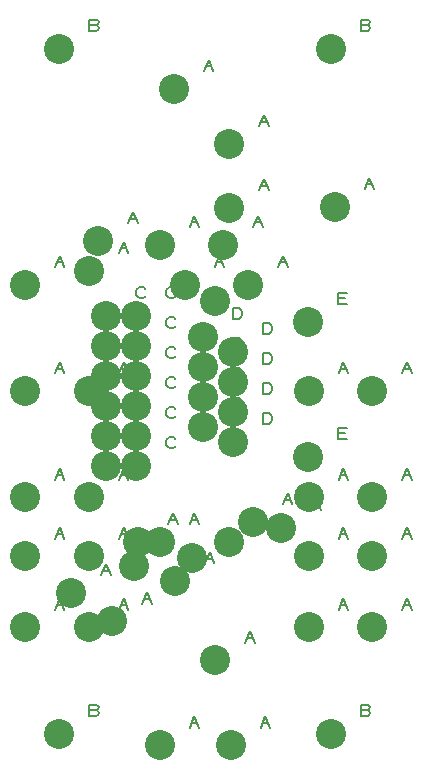
<source format=gbr>
G04 DesignSpark PCB PRO Gerber Version 10.0 Build 5299*
G04 #@! TF.Part,Single*
G04 #@! TF.FileFunction,Drillmap*
G04 #@! TF.FilePolarity,Positive*
%FSLAX35Y35*%
%MOIN*%
%ADD10C,0.00500*%
G04 #@! TA.AperFunction,ViaPad*
%ADD115C,0.10000*%
G04 #@! TD.AperFunction*
X0Y0D02*
D02*
D10*
X26535Y65386D02*
X28098Y69136D01*
X29661Y65386D01*
X27161Y66949D02*
X29035D01*
X26535Y89008D02*
X28098Y92758D01*
X29661Y89008D01*
X27161Y90571D02*
X29035D01*
X26535Y108693D02*
X28098Y112443D01*
X29661Y108693D01*
X27161Y110256D02*
X29035D01*
X26535Y144126D02*
X28098Y147876D01*
X29661Y144126D01*
X27161Y145689D02*
X29035D01*
X26535Y179559D02*
X28098Y183309D01*
X29661Y179559D01*
X27161Y181122D02*
X29035D01*
X40140Y31828D02*
X40765Y31516D01*
X41078Y30891D01*
X40765Y30266D01*
X40140Y29953D01*
X37953D01*
Y33703D01*
X40140D01*
X40765Y33391D01*
X41078Y32766D01*
X40765Y32141D01*
X40140Y31828D01*
X37953D01*
X40140Y260175D02*
X40765Y259862D01*
X41078Y259237D01*
X40765Y258612D01*
X40140Y258300D01*
X37953D01*
Y262050D01*
X40140D01*
X40765Y261737D01*
X41078Y261112D01*
X40765Y260487D01*
X40140Y260175D01*
X37953D01*
X41890Y76804D02*
X43452Y80554D01*
X45015Y76804D01*
X42515Y78366D02*
X44390D01*
X47795Y65386D02*
X49358Y69136D01*
X50920Y65386D01*
X48420Y66949D02*
X50295D01*
X47795Y89008D02*
X49358Y92758D01*
X50920Y89008D01*
X48420Y90571D02*
X50295D01*
X47795Y108693D02*
X49358Y112443D01*
X50920Y108693D01*
X48420Y110256D02*
X50295D01*
X47795Y144126D02*
X49358Y147876D01*
X50920Y144126D01*
X48420Y145689D02*
X50295D01*
X47795Y184284D02*
X49358Y188034D01*
X50920Y184284D01*
X48420Y185846D02*
X50295D01*
X50945Y194126D02*
X52507Y197876D01*
X54070Y194126D01*
X51570Y195689D02*
X53445D01*
X56669Y119752D02*
X56356Y119439D01*
X55731Y119126D01*
X54793D01*
X54169Y119439D01*
X53856Y119752D01*
X53543Y120376D01*
Y121626D01*
X53856Y122252D01*
X54169Y122564D01*
X54793Y122876D01*
X55731D01*
X56356Y122564D01*
X56669Y122252D01*
Y129752D02*
X56356Y129439D01*
X55731Y129126D01*
X54793D01*
X54169Y129439D01*
X53856Y129752D01*
X53543Y130376D01*
Y131626D01*
X53856Y132252D01*
X54169Y132564D01*
X54793Y132876D01*
X55731D01*
X56356Y132564D01*
X56669Y132252D01*
Y139752D02*
X56356Y139439D01*
X55731Y139126D01*
X54793D01*
X54169Y139439D01*
X53856Y139752D01*
X53543Y140376D01*
Y141626D01*
X53856Y142252D01*
X54169Y142564D01*
X54793Y142876D01*
X55731D01*
X56356Y142564D01*
X56669Y142252D01*
Y149752D02*
X56356Y149439D01*
X55731Y149126D01*
X54793D01*
X54169Y149439D01*
X53856Y149752D01*
X53543Y150376D01*
Y151626D01*
X53856Y152252D01*
X54169Y152564D01*
X54793Y152876D01*
X55731D01*
X56356Y152564D01*
X56669Y152252D01*
Y159752D02*
X56356Y159439D01*
X55731Y159126D01*
X54793D01*
X54169Y159439D01*
X53856Y159752D01*
X53543Y160376D01*
Y161626D01*
X53856Y162252D01*
X54169Y162564D01*
X54793Y162876D01*
X55731D01*
X56356Y162564D01*
X56669Y162252D01*
Y169752D02*
X56356Y169439D01*
X55731Y169126D01*
X54793D01*
X54169Y169439D01*
X53856Y169752D01*
X53543Y170376D01*
Y171626D01*
X53856Y172252D01*
X54169Y172564D01*
X54793Y172876D01*
X55731D01*
X56356Y172564D01*
X56669Y172252D01*
X55669Y67355D02*
X57232Y71105D01*
X58794Y67355D01*
X56294Y68917D02*
X58169D01*
X62756Y85859D02*
X64319Y89609D01*
X65881Y85859D01*
X63381Y87421D02*
X65256D01*
X66669Y119752D02*
X66356Y119439D01*
X65731Y119126D01*
X64793D01*
X64169Y119439D01*
X63856Y119752D01*
X63543Y120376D01*
Y121626D01*
X63856Y122252D01*
X64169Y122564D01*
X64793Y122876D01*
X65731D01*
X66356Y122564D01*
X66669Y122252D01*
Y129752D02*
X66356Y129439D01*
X65731Y129126D01*
X64793D01*
X64169Y129439D01*
X63856Y129752D01*
X63543Y130376D01*
Y131626D01*
X63856Y132252D01*
X64169Y132564D01*
X64793Y132876D01*
X65731D01*
X66356Y132564D01*
X66669Y132252D01*
Y139752D02*
X66356Y139439D01*
X65731Y139126D01*
X64793D01*
X64169Y139439D01*
X63856Y139752D01*
X63543Y140376D01*
Y141626D01*
X63856Y142252D01*
X64169Y142564D01*
X64793Y142876D01*
X65731D01*
X66356Y142564D01*
X66669Y142252D01*
Y149752D02*
X66356Y149439D01*
X65731Y149126D01*
X64793D01*
X64169Y149439D01*
X63856Y149752D01*
X63543Y150376D01*
Y151626D01*
X63856Y152252D01*
X64169Y152564D01*
X64793Y152876D01*
X65731D01*
X66356Y152564D01*
X66669Y152252D01*
Y159752D02*
X66356Y159439D01*
X65731Y159126D01*
X64793D01*
X64169Y159439D01*
X63856Y159752D01*
X63543Y160376D01*
Y161626D01*
X63856Y162252D01*
X64169Y162564D01*
X64793Y162876D01*
X65731D01*
X66356Y162564D01*
X66669Y162252D01*
Y169752D02*
X66356Y169439D01*
X65731Y169126D01*
X64793D01*
X64169Y169439D01*
X63856Y169752D01*
X63543Y170376D01*
Y171626D01*
X63856Y172252D01*
X64169Y172564D01*
X64793Y172876D01*
X65731D01*
X66356Y172564D01*
X66669Y172252D01*
X64331Y93733D02*
X65893Y97483D01*
X67456Y93733D01*
X64956Y95295D02*
X66831D01*
X71417Y26016D02*
X72980Y29766D01*
X74543Y26016D01*
X72043Y27579D02*
X73917D01*
X71417Y93733D02*
X72980Y97483D01*
X74543Y93733D01*
X72043Y95295D02*
X73917D01*
X71417Y192945D02*
X72980Y196695D01*
X74543Y192945D01*
X72043Y194508D02*
X73917D01*
X76142Y244914D02*
X77704Y248664D01*
X79267Y244914D01*
X76767Y246476D02*
X78642D01*
X76535Y80741D02*
X78098Y84491D01*
X79661Y80741D01*
X77161Y82303D02*
X79035D01*
X79685Y179559D02*
X81248Y183309D01*
X82810Y179559D01*
X80310Y181122D02*
X82185D01*
X82047Y88615D02*
X83610Y92365D01*
X85172Y88615D01*
X82672Y90177D02*
X84547D01*
X85827Y132197D02*
Y135947D01*
X87702D01*
X88327Y135635D01*
X88639Y135322D01*
X88952Y134697D01*
Y133447D01*
X88639Y132822D01*
X88327Y132510D01*
X87702Y132197D01*
X85827D01*
Y142197D02*
Y145947D01*
X87702D01*
X88327Y145635D01*
X88639Y145322D01*
X88952Y144697D01*
Y143447D01*
X88639Y142822D01*
X88327Y142510D01*
X87702Y142197D01*
X85827D01*
Y152197D02*
Y155947D01*
X87702D01*
X88327Y155635D01*
X88639Y155322D01*
X88952Y154697D01*
Y153447D01*
X88639Y152822D01*
X88327Y152510D01*
X87702Y152197D01*
X85827D01*
Y162197D02*
Y165947D01*
X87702D01*
X88327Y165635D01*
X88639Y165322D01*
X88952Y164697D01*
Y163447D01*
X88639Y162822D01*
X88327Y162510D01*
X87702Y162197D01*
X85827D01*
X89921Y54363D02*
X91484Y58113D01*
X93046Y54363D01*
X90546Y55925D02*
X92421D01*
X89921Y174048D02*
X91484Y177798D01*
X93046Y174048D01*
X90546Y175610D02*
X92421D01*
X92677Y192945D02*
X94240Y196695D01*
X95802Y192945D01*
X93302Y194508D02*
X95177D01*
X94646Y93733D02*
X96208Y97483D01*
X97771Y93733D01*
X95271Y95295D02*
X97146D01*
X94646Y205150D02*
X96208Y208900D01*
X97771Y205150D01*
X95271Y206713D02*
X97146D01*
X94646Y226410D02*
X96208Y230160D01*
X97771Y226410D01*
X95271Y227972D02*
X97146D01*
X95039Y26016D02*
X96602Y29766D01*
X98165Y26016D01*
X95665Y27579D02*
X97539D01*
X95827Y127197D02*
Y130947D01*
X97702D01*
X98327Y130635D01*
X98639Y130322D01*
X98952Y129697D01*
Y128447D01*
X98639Y127822D01*
X98327Y127510D01*
X97702Y127197D01*
X95827D01*
Y137197D02*
Y140947D01*
X97702D01*
X98327Y140635D01*
X98639Y140322D01*
X98952Y139697D01*
Y138447D01*
X98639Y137822D01*
X98327Y137510D01*
X97702Y137197D01*
X95827D01*
Y147197D02*
Y150947D01*
X97702D01*
X98327Y150635D01*
X98639Y150322D01*
X98952Y149697D01*
Y148447D01*
X98639Y147822D01*
X98327Y147510D01*
X97702Y147197D01*
X95827D01*
Y157197D02*
Y160947D01*
X97702D01*
X98327Y160635D01*
X98639Y160322D01*
X98952Y159697D01*
Y158447D01*
X98639Y157822D01*
X98327Y157510D01*
X97702Y157197D01*
X95827D01*
X100945Y179559D02*
X102507Y183309D01*
X104070Y179559D01*
X101570Y181122D02*
X103445D01*
X102520Y100426D02*
X104082Y104176D01*
X105645Y100426D01*
X103145Y101988D02*
X105020D01*
X111969Y98457D02*
X113531Y102207D01*
X115094Y98457D01*
X112594Y100020D02*
X114469D01*
X120827Y122193D02*
Y125943D01*
X123952D01*
X123327Y124069D02*
X120827D01*
Y122193D02*
X123952D01*
X120827Y167201D02*
Y170951D01*
X123952D01*
X123327Y169076D02*
X120827D01*
Y167201D02*
X123952D01*
X121024Y65386D02*
X122586Y69136D01*
X124149Y65386D01*
X121649Y66949D02*
X123524D01*
X121024Y89008D02*
X122586Y92758D01*
X124149Y89008D01*
X121649Y90571D02*
X123524D01*
X121024Y108693D02*
X122586Y112443D01*
X124149Y108693D01*
X121649Y110256D02*
X123524D01*
X121024Y144126D02*
X122586Y147876D01*
X124149Y144126D01*
X121649Y145689D02*
X123524D01*
X130691Y31828D02*
X131317Y31516D01*
X131629Y30891D01*
X131317Y30266D01*
X130691Y29953D01*
X128504D01*
Y33703D01*
X130691D01*
X131317Y33391D01*
X131629Y32766D01*
X131317Y32141D01*
X130691Y31828D01*
X128504D01*
X130691Y260175D02*
X131317Y259862D01*
X131629Y259237D01*
X131317Y258612D01*
X130691Y258300D01*
X128504D01*
Y262050D01*
X130691D01*
X131317Y261737D01*
X131629Y261112D01*
X131317Y260487D01*
X130691Y260175D01*
X128504D01*
X129685Y205544D02*
X131248Y209294D01*
X132810Y205544D01*
X130310Y207106D02*
X132185D01*
X142283Y65386D02*
X143846Y69136D01*
X145409Y65386D01*
X142909Y66949D02*
X144783D01*
X142283Y89008D02*
X143846Y92758D01*
X145409Y89008D01*
X142909Y90571D02*
X144783D01*
X142283Y108693D02*
X143846Y112443D01*
X145409Y108693D01*
X142909Y110256D02*
X144783D01*
X142283Y144126D02*
X143846Y147876D01*
X145409Y144126D01*
X142909Y145689D02*
X144783D01*
D02*
D115*
X16535Y59449D03*
Y83071D03*
Y102756D03*
Y138189D03*
Y173622D03*
X27953Y24016D03*
Y252362D03*
X31890Y70866D03*
X37795Y59449D03*
Y83071D03*
Y102756D03*
Y138189D03*
Y178346D03*
X40945Y188189D03*
X43543Y113189D03*
Y123189D03*
Y133189D03*
Y143189D03*
Y153189D03*
Y163189D03*
X45669Y61417D03*
X52756Y79921D03*
X53543Y113189D03*
Y123189D03*
Y133189D03*
Y143189D03*
Y153189D03*
Y163189D03*
X54331Y87795D03*
X61417Y20079D03*
Y87795D03*
Y187008D03*
X66142Y238976D03*
X66535Y74803D03*
X69685Y173622D03*
X72047Y82677D03*
X75827Y126260D03*
Y136260D03*
Y146260D03*
Y156260D03*
X79921Y48425D03*
Y168110D03*
X82677Y187008D03*
X84646Y87795D03*
Y199213D03*
Y220472D03*
X85039Y20079D03*
X85827Y121260D03*
Y131260D03*
Y141260D03*
Y151260D03*
X90945Y173622D03*
X92520Y94488D03*
X101969Y92520D03*
X110827Y116256D03*
Y161264D03*
X111024Y59449D03*
Y83071D03*
Y102756D03*
Y138189D03*
X118504Y24016D03*
Y252362D03*
X119685Y199606D03*
X132283Y59449D03*
Y83071D03*
Y102756D03*
Y138189D03*
X0Y0D02*
M02*

</source>
